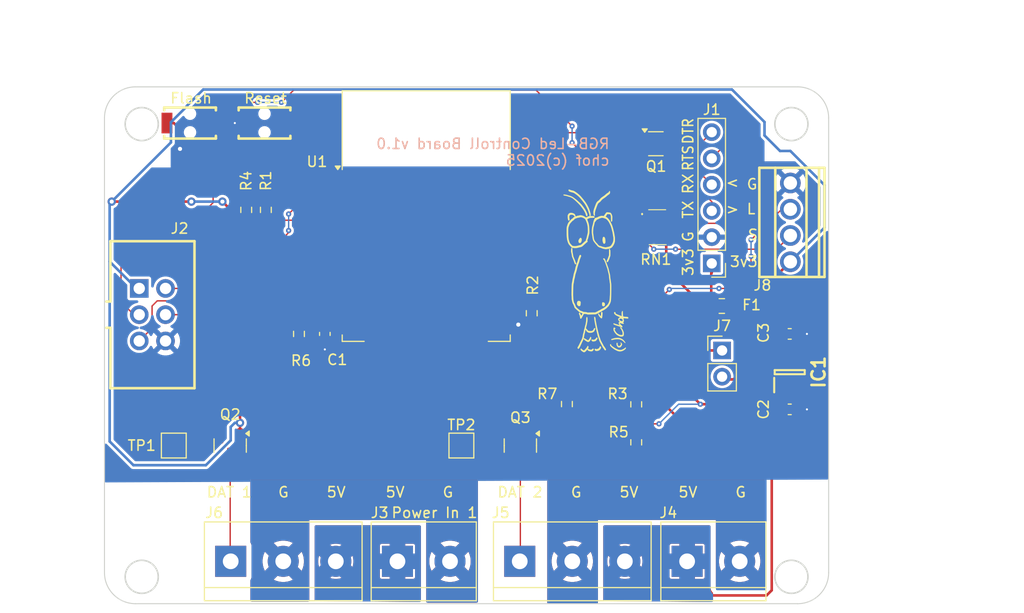
<source format=kicad_pcb>
(kicad_pcb (version 20241229) (generator "pcbnew") (generator_version "9.0")
  (title_block (company "chof.org"))
  (layers (0 "F.Cu" signal) (2 "B.Cu" signal) (13 "F.Paste" user) (15 "B.Paste" user) (5 "F.SilkS" user "F.Silkscreen") (7 "B.SilkS" user "B.Silkscreen") (1 "F.Mask" user) (3 "B.Mask" user) (25 "Edge.Cuts" user))
  (net 0 "")
  (net 1 "GND")
  (net 2 "+3V3")
  (net 3 "+5V")
  (net 4 "/3v3PROG")
  (net 6 "DTR")
  (net 7 "RTS")
  (net 8 "GPIO5_SCL")
  (net 9 "GPIO4_SDA")
  (net 10 "~{RESET}")
  (net 11 "~{GPIO0_INT_FLASH}")
  (net 12 "Net-(U1-EN)")
  (net 13 "Net-(U1-GPIO15)")
  (net 16 "OUT_LED_CTRL_1")
  (net 22 "OUT_LED_CTRL_2")
  (net 23 "3v3PROG_SAVE")
  (net 24 "GPIO3_RX")
  (net 25 "GPIO4_TX")
  (net 26 "GPIO14_HEATER_LED")
  (net 27 "GPIO2_HEATER_SENSOR")
  (net 28 "GPIO12_LED_CTRL_1")
  (net 29 "GPIO13_LED_CTRL_2")
  (net 30 "+5V{slash}1")
  (net 31 "unconnected-(U1-GPIO16-Pad4)")
  (footprint "Resistor_SMD:R_0603_1608Metric_Pad0.98x0.95mm_HandSolder" (layer "F.Cu") (at 151.6 89.2875 90)
    (property "Reference" "R7" (at 0.9875 -1.9 0) (layer "F.SilkS"))
    (property "Value" "10k")
    (pad "1" smd roundrect (at -0.9125 0 90) (size 0.975 0.95) (layers "F.Cu" "F.Mask" "F.Paste") (net 2 "+3V3"))
    (pad "2" smd roundrect (at 0.9125 0 90) (size 0.975 0.95) (layers "F.Cu" "F.Mask" "F.Paste") (net 29 "GPIO13_LED_CTRL_2"))
  )
  (footprint "Resistor_SMD:R_0603_1608Metric_Pad0.98x0.95mm_HandSolder" (layer "F.Cu") (at 158.3 92.9875 -90)
    (property "Reference" "R5" (at -0.9875 1.7 180) (layer "F.SilkS"))
    (property "Value" "10k")
    (pad "1" smd roundrect (at -0.9125 0 270) (size 0.975 0.95) (layers "F.Cu" "F.Mask" "F.Paste") (net 3 "+5V"))
    (pad "2" smd roundrect (at 0.9125 0 270) (size 0.975 0.95) (layers "F.Cu" "F.Mask" "F.Paste") (net 22 "OUT_LED_CTRL_2"))
  )
  (footprint "Resistor_SMD:R_0603_1608Metric_Pad0.98x0.95mm_HandSolder" (layer "F.Cu") (at 125.7 82.5 90)
    (property "Reference" "R6" (at -2.5875 0.2 180) (layer "F.SilkS"))
    (property "Value" "10k")
    (pad "1" smd roundrect (at -0.9125 0 90) (size 0.975 0.95) (layers "F.Cu" "F.Mask" "F.Paste") (net 2 "+3V3"))
    (pad "2" smd roundrect (at 0.9125 0 90) (size 0.975 0.95) (layers "F.Cu" "F.Mask" "F.Paste") (net 28 "GPIO12_LED_CTRL_1"))
  )
  (footprint "Package_TO_SOT_SMD:SOT-23" (layer "F.Cu") (at 119.05 93.3 -90)
    (property "Reference" "Q2" (at -3 0 0) (layer "F.SilkS"))
    (property "Value" "2N7002")
    (pad "1" smd roundrect (at -0.9375 -0.95 270) (size 1.475 0.6) (layers "F.Cu" "F.Mask" "F.Paste") (net 2 "+3V3"))
    (pad "2" smd roundrect (at -0.9375 0.95 270) (size 1.475 0.6) (layers "F.Cu" "F.Mask" "F.Paste") (net 28 "GPIO12_LED_CTRL_1"))
    (pad "3" smd roundrect (at 0.9375 0 270) (size 1.475 0.6) (layers "F.Cu" "F.Mask" "F.Paste") (net 16 "OUT_LED_CTRL_1"))
  )
  (footprint "TerminalBlock:TerminalBlock_bornier-2_P5.08mm" (layer "F.Cu") (at 135.22 104.5)
    (property "Reference" "J3" (at -1.72 -4.7 0) (layer "F.SilkS"))
    (property "Value" "Power In 1" (at 3.58 -4.7 0) (layer "F.SilkS"))
    (pad "1" thru_hole rect (at 0 0) (size 3 3) (drill 1.52) (layers "*.Cu" "*.Mask") (net 30 "+5V{slash}1"))
    (pad "2" thru_hole circle (at 5.08 0) (size 3 3) (drill 1.52) (layers "*.Cu" "*.Mask") (net 1 "GND"))
  )
  (footprint "TerminalBlock:TerminalBlock_bornier-3_P5.08mm" (layer "F.Cu") (at 119.1 104.5)
    (property "Reference" "J6" (at -1.6 -4.7 0) (layer "F.SilkS"))
    (property "Value" "Strip 1")
    (pad "1" thru_hole rect (at 0 0) (size 3 3) (drill 1.52) (layers "*.Cu" "*.Mask") (net 16 "OUT_LED_CTRL_1"))
    (pad "2" thru_hole circle (at 5.08 0) (size 3 3) (drill 1.52) (layers "*.Cu" "*.Mask") (net 1 "GND"))
    (pad "3" thru_hole circle (at 10.16 0) (size 3 3) (drill 1.52) (layers "*.Cu" "*.Mask") (net 30 "+5V{slash}1"))
  )
  (footprint "Resistor_SMD:R_0603_1608Metric_Pad0.98x0.95mm_HandSolder" (layer "F.Cu") (at 158.3 89.3125 -90)
    (property "Reference" "R3" (at -1.0125 1.8 0) (layer "F.SilkS"))
    (property "Value" "10k")
    (pad "1" smd roundrect (at -0.9125 0 270) (size 0.975 0.95) (layers "F.Cu" "F.Mask" "F.Paste") (net 3 "+5V"))
    (pad "2" smd roundrect (at 0.9125 0 270) (size 0.975 0.95) (layers "F.Cu" "F.Mask" "F.Paste") (net 16 "OUT_LED_CTRL_1"))
  )
  (footprint "Capacitor_SMD:C_0603_1608Metric_Pad1.08x0.95mm_HandSolder" (layer "F.Cu") (at 173.1375 82.5)
    (property "Reference" "C3" (at -2.5375 -0.1 90) (layer "F.SilkS"))
    (property "Value" "1uF")
    (pad "1" smd roundrect (at -0.8625 0) (size 1.075 0.95) (layers "F.Cu" "F.Mask" "F.Paste") (net 2 "+3V3"))
    (pad "2" smd roundrect (at 0.8625 0) (size 1.075 0.95) (layers "F.Cu" "F.Mask" "F.Paste") (net 1 "GND"))
  )
  (footprint "RF_Module:ESP-12E" (layer "F.Cu") (at 138 71.1)
    (property "Reference" "U1" (at -10.56 -5.26 0) (layer "F.SilkS"))
    (property "Value" "ESP-12F")
    (pad "1" smd rect (at -7.6 -3.5) (size 2.5 1) (layers "F.Cu" "F.Mask" "F.Paste") (net 10 "~{RESET}"))
    (pad "2" smd rect (at -7.6 -1.5) (size 2.5 1) (layers "F.Cu" "F.Mask" "F.Paste"))
    (pad "3" smd rect (at -7.6 0.5) (size 2.5 1) (layers "F.Cu" "F.Mask" "F.Paste") (net 12 "Net-(U1-EN)"))
    (pad "4" smd rect (at -7.6 2.5) (size 2.5 1) (layers "F.Cu" "F.Mask" "F.Paste") (net 31 "unconnected-(U1-GPIO16-Pad4)"))
    (pad "5" smd rect (at -7.6 4.5) (size 2.5 1) (layers "F.Cu" "F.Mask" "F.Paste") (net 26 "GPIO14_HEATER_LED"))
    (pad "6" smd rect (at -7.6 6.5) (size 2.5 1) (layers "F.Cu" "F.Mask" "F.Paste") (net 28 "GPIO12_LED_CTRL_1"))
    (pad "7" smd rect (at -7.6 8.5) (size 2.5 1) (layers "F.Cu" "F.Mask" "F.Paste") (net 29 "GPIO13_LED_CTRL_2"))
    (pad "8" smd rect (at -7.6 10.5) (size 2.5 1) (layers "F.Cu" "F.Mask" "F.Paste") (net 2 "+3V3"))
    (pad "9" smd rect (at -5 12) (size 1 1.8) (layers "F.Cu" "F.Mask" "F.Paste"))
    (pad "10" smd rect (at -3 12) (size 1 1.8) (layers "F.Cu" "F.Mask" "F.Paste"))
    (pad "11" smd rect (at -1 12) (size 1 1.8) (layers "F.Cu" "F.Mask" "F.Paste"))
    (pad "12" smd rect (at 1 12) (size 1 1.8) (layers "F.Cu" "F.Mask" "F.Paste"))
    (pad "13" smd rect (at 3 12) (size 1 1.8) (layers "F.Cu" "F.Mask" "F.Paste"))
    (pad "14" smd rect (at 5 12) (size 1 1.8) (layers "F.Cu" "F.Mask" "F.Paste"))
    (pad "15" smd rect (at 7.6 10.5) (size 2.5 1) (layers "F.Cu" "F.Mask" "F.Paste") (net 1 "GND"))
    (pad "16" smd rect (at 7.6 8.5) (size 2.5 1) (layers "F.Cu" "F.Mask" "F.Paste") (net 13 "Net-(U1-GPIO15)"))
    (pad "17" smd rect (at 7.6 6.5) (size 2.5 1) (layers "F.Cu" "F.Mask" "F.Paste") (net 27 "GPIO2_HEATER_SENSOR"))
    (pad "18" smd rect (at 7.6 4.5) (size 2.5 1) (layers "F.Cu" "F.Mask" "F.Paste") (net 11 "~{GPIO0_INT_FLASH}"))
    (pad "19" smd rect (at 7.6 2.5) (size 2.5 1) (layers "F.Cu" "F.Mask" "F.Paste") (net 9 "GPIO4_SDA"))
    (pad "20" smd rect (at 7.6 0.5) (size 2.5 1) (layers "F.Cu" "F.Mask" "F.Paste") (net 8 "GPIO5_SCL"))
    (pad "21" smd rect (at 7.6 -1.5) (size 2.5 1) (layers "F.Cu" "F.Mask" "F.Paste") (net 24 "GPIO3_RX"))
    (pad "22" smd rect (at 7.6 -3.5) (size 2.5 1) (layers "F.Cu" "F.Mask" "F.Paste") (net 25 "GPIO4_TX"))
    (zone (net 0) (net_name "") (layers "F.Cu" "B.Cu") (connect_pads (clearance 0)) (min_thickness 0.254)
      (keepout (tracks not_allowed) (vias not_allowed) (pads not_allowed) (copperpour not_allowed) (footprints not_allowed))
      (fill (thermal_gap 0.508) (thermal_bridge_width 0.508))
      (polygon (pts (xy 129.88 66.3) (xy 146.12 66.3) (xy 146.12 58.98) (xy 129.88 58.98)))
    )
  )
  (footprint "Fuse:Fuse_0805_2012Metric_Pad1.15x1.40mm_HandSolder" (layer "F.Cu") (at 166.575 79.8 180)
    (property "Reference" "F1" (at -2.875 0.1 0) (layer "F.SilkS"))
    (property "Value" "Fuse")
    (pad "1" smd roundrect (at -1.025 0 180) (size 1.15 1.4) (layers "F.Cu" "F.Mask" "F.Paste") (roundrect_rratio 0.217391) (net 23 "3v3PROG_SAVE"))
    (pad "2" smd roundrect (at 1.025 0 180) (size 1.15 1.4) (layers "F.Cu" "F.Mask" "F.Paste") (roundrect_rratio 0.217391) (net 4 "/3v3PROG"))
  )
  (footprint "Capacitor_SMD:C_0603_1608Metric_Pad1.08x0.95mm_HandSolder" (layer "F.Cu") (at 173.1375 89.8)
    (property "Reference" "C2" (at -2.5375 0 90) (layer "F.SilkS"))
    (property "Value" "10uF")
    (pad "1" smd roundrect (at -0.8625 0) (size 1.075 0.95) (layers "F.Cu" "F.Mask" "F.Paste") (net 3 "+5V"))
    (pad "2" smd roundrect (at 0.8625 0) (size 1.075 0.95) (layers "F.Cu" "F.Mask" "F.Paste") (net 1 "GND"))
  )
  (footprint "Resistor_SMD:R_0603_1608Metric_Pad0.98x0.95mm_HandSolder" (layer "F.Cu") (at 148.2 80.5 -90)
    (property "Reference" "R2" (at -2.7 -0.1 90) (layer "F.SilkS"))
    (property "Value" "10k")
    (pad "1" smd roundrect (at -0.9125 0 270) (size 0.975 0.95) (layers "F.Cu" "F.Mask" "F.Paste") (net 13 "Net-(U1-GPIO15)"))
    (pad "2" smd roundrect (at 0.9125 0 270) (size 0.975 0.95) (layers "F.Cu" "F.Mask" "F.Paste") (net 1 "GND"))
  )
  (footprint "Chof747_Connectors:HDR-TH_6P-P2.54-V-F-R2-C3-S2.54-4" (layer "F.Cu") (at 111.53 80.64 -90)
    (property "Reference" "J2" (at -8.34 -2.63 0) (layer "F.SilkS"))
    (property "Value" "IC2_Header")
    (pad "1" thru_hole rect (at -2.54 1.27 270) (size 1.8 1.8) (drill 1.100023) (layers "*.Cu" "*.Mask") (net 2 "+3V3"))
    (pad "2" thru_hole circle (at -2.54 -1.27 270) (size 1.8 1.8) (drill 1.100023) (layers "*.Cu" "*.Mask") (net 10 "~{RESET}"))
    (pad "3" thru_hole circle (at 0 1.27 270) (size 1.8 1.8) (drill 1.100023) (layers "*.Cu" "*.Mask") (net 11 "~{GPIO0_INT_FLASH}"))
    (pad "4" thru_hole circle (at 0 -1.27 270) (size 1.8 1.8) (drill 1.100023) (layers "*.Cu" "*.Mask") (net 9 "GPIO4_SDA"))
    (pad "5" thru_hole circle (at 2.54 1.27 270) (size 1.8 1.8) (drill 1.100023) (layers "*.Cu" "*.Mask") (net 8 "GPIO5_SCL"))
    (pad "6" thru_hole circle (at 2.54 -1.27 270) (size 1.8 1.8) (drill 1.100023) (layers "*.Cu" "*.Mask") (net 1 "GND"))
  )
  (footprint "Package_TO_SOT_SMD:SOT-363_SC-70-6" (layer "F.Cu") (at 160.2 64.1)
    (property "Reference" "Q1" (at 0.02 2.2 0) (layer "F.SilkS"))
    (property "Value" "UMH3N")
    (pad "1" smd roundrect (at -0.95 -0.65) (size 0.65 0.4) (layers "F.Cu" "F.Mask" "F.Paste") (net 7 "RTS"))
    (pad "2" smd roundrect (at -0.95 0) (size 0.65 0.4) (layers "F.Cu" "F.Mask" "F.Paste") (net 6 "DTR"))
    (pad "3" smd roundrect (at -0.95 0.65) (size 0.65 0.4) (layers "F.Cu" "F.Mask" "F.Paste") (net 11 "~{GPIO0_INT_FLASH}"))
    (pad "4" smd roundrect (at 0.95 0.65) (size 0.65 0.4) (layers "F.Cu" "F.Mask" "F.Paste") (net 6 "DTR"))
    (pad "5" smd roundrect (at 0.95 0) (size 0.65 0.4) (layers "F.Cu" "F.Mask" "F.Paste") (net 7 "RTS"))
    (pad "6" smd roundrect (at 0.95 -0.65) (size 0.65 0.4) (layers "F.Cu" "F.Mask" "F.Paste") (net 10 "~{RESET}"))
  )
  (footprint "Connector_PinHeader_2.54mm:PinHeader_1x06_P2.54mm_Vertical" (layer "F.Cu") (at 165.6 75.68 180)
    (property "Reference" "J1" (at 0 14.88 180) (layer "F.SilkS"))
    (property "Value" "PROG_HDR" (hide yes))
    (pad "1" thru_hole rect (at 0 0 180) (size 1.7 1.7) (drill 1) (layers "*.Cu" "*.Mask") (net 4 "/3v3PROG"))
    (pad "2" thru_hole oval (at 0 2.54 180) (size 1.7 1.7) (drill 1) (layers "*.Cu" "*.Mask") (net 1 "GND"))
    (pad "3" thru_hole oval (at 0 5.08 180) (size 1.7 1.7) (drill 1) (layers "*.Cu" "*.Mask") (net 24 "GPIO3_RX"))
    (pad "4" thru_hole oval (at 0 7.62 180) (size 1.7 1.7) (drill 1) (layers "*.Cu" "*.Mask") (net 25 "GPIO4_TX"))
    (pad "5" thru_hole oval (at 0 10.16 180) (size 1.7 1.7) (drill 1) (layers "*.Cu" "*.Mask") (net 7 "RTS"))
    (pad "6" thru_hole oval (at 0 12.7 180) (size 1.7 1.7) (drill 1) (layers "*.Cu" "*.Mask") (net 6 "DTR"))
  )
  (footprint "TerminalBlock:TerminalBlock_bornier-3_P5.08mm" (layer "F.Cu") (at 147.04 104.5)
    (property "Reference" "J5" (at -1.84 -4.7 0) (layer "F.SilkS"))
    (property "Value" "Strip 2")
    (pad "1" thru_hole rect (at 0 0) (size 3 3) (drill 1.52) (layers "*.Cu" "*.Mask") (net 22 "OUT_LED_CTRL_2"))
    (pad "2" thru_hole circle (at 5.08 0) (size 3 3) (drill 1.52) (layers "*.Cu" "*.Mask") (net 1 "GND"))
    (pad "3" thru_hole circle (at 10.16 0) (size 3 3) (drill 1.52) (layers "*.Cu" "*.Mask") (net 3 "+5V"))
  )
  (footprint "Chof747_Footprints:KEY-SMD_L3.9-W3.0-LS5.0-EH" (layer "F.Cu") (at 122.37 62.1 180)
    (property "Reference" "SW1" (hide yes))
    (property "Value" "Reset" (at -0.1 2.4 0) (layer "F.SilkS"))
    (pad "" np_thru_hole circle (at 0 -0.9 180) (size 0.7 0.7) (drill 0.7) (layers "*.Cu" "*.Mask"))
    (pad "" np_thru_hole circle (at 0 0.9 180) (size 0.7 0.7) (drill 0.7) (layers "*.Cu" "*.Mask"))
    (pad "1" smd rect (at -2.23 0 180) (size 1.05 2) (layers "F.Cu" "F.Mask" "F.Paste") (net 10 "~{RESET}"))
    (pad "2" smd rect (at 2.23 0 180) (size 1.05 2) (layers "F.Cu" "F.Mask" "F.Paste") (net 1 "GND"))
  )
  (footprint "TerminalBlock:TerminalBlock_bornier-2_P5.08mm" (layer "F.Cu") (at 163.22 104.5)
    (property "Reference" "J4" (at -1.82 -4.7 0) (layer "F.SilkS"))
    (property "Value" "Power In 2")
    (pad "1" thru_hole rect (at 0 0) (size 3 3) (drill 1.52) (layers "*.Cu" "*.Mask") (net 3 "+5V"))
    (pad "2" thru_hole circle (at 5.08 0) (size 3 3) (drill 1.52) (layers "*.Cu" "*.Mask") (net 1 "GND"))
  )
  (footprint "TestPoint:TestPoint_Pad_2.0x2.0mm" (layer "F.Cu") (at 141.4 93.3)
    (property "Reference" "TP2" (at 0 -1.998 0) (layer "F.SilkS"))
    (property "Value" "LED2")
    (pad "1" smd rect (at 0 0) (size 2 2) (layers "F.Cu" "F.Mask") (net 29 "GPIO13_LED_CTRL_2"))
  )
  (footprint "Resistor_SMD:R_0603_1608Metric_Pad0.98x0.95mm_HandSolder" (layer "F.Cu") (at 122.5 70.5 -90)
    (property "Reference" "R1" (at -2.8125 0 90) (layer "F.SilkS"))
    (property "Value" "10k")
    (pad "1" smd roundrect (at -0.9125 0 270) (size 0.975 0.95) (layers "F.Cu" "F.Mask" "F.Paste") (net 2 "+3V3"))
    (pad "2" smd roundrect (at 0.9125 0 270) (size 0.975 0.95) (layers "F.Cu" "F.Mask" "F.Paste") (net 12 "Net-(U1-EN)"))
  )
  (footprint "Connector_PinHeader_2.54mm:PinHeader_1x02_P2.54mm_Vertical" (layer "F.Cu") (at 166.6 84.1)
    (property "Reference" "J7" (at 0 -2.38 0) (layer "F.SilkS"))
    (property "Value" "Conn_01x02_Pin")
    (pad "1" thru_hole rect (at 0 0) (size 1.7 1.7) (drill 1) (layers "*.Cu" "*.Mask") (net 2 "+3V3"))
    (pad "2" thru_hole circle (at 0 2.54) (size 1.7 1.7) (drill 1) (layers "*.Cu" "*.Mask") (net 23 "3v3PROG_SAVE"))
  )
  (footprint "Chof747_Footprints:SOT95P270X145-5N" (layer "F.Cu") (at 173.1375 86.2 90)
    (property "Reference" "IC1" (at 0 2.794 90) (layer "F.SilkS") (effects (font (size 1.27 1.27) (thickness 0.254))))
    (property "Value" "ME6211C33M5G-N" (hide yes))
    (pad "1" smd rect (at -1.25 -0.95 180) (size 0.6 1.4) (layers "F.Cu" "F.Mask" "F.Paste") (net 3 "+5V"))
    (pad "2" smd rect (at -1.25 0 180) (size 0.6 1.4) (layers "F.Cu" "F.Mask" "F.Paste") (net 1 "GND"))
    (pad "3" smd rect (at -1.25 0.95 180) (size 0.6 1.4) (layers "F.Cu" "F.Mask" "F.Paste") (net 3 "+5V"))
    (pad "4" smd rect (at 1.25 0.95 180) (size 0.6 1.4) (layers "F.Cu" "F.Mask" "F.Paste"))
    (pad "5" smd rect (at 1.25 -0.95 180) (size 0.6 1.4) (layers "F.Cu" "F.Mask" "F.Paste") (net 2 "+3V3"))
  )
  (footprint "Chof747_Footprints:YC164JR07220RL" (layer "F.Cu") (at 160.35 72.175 -90)
    (property "Reference" "RN1" (at 3.125 0.15 180) (layer "F.SilkS"))
    (property "Value" "10k" (hide yes))
    (pad "1" smd rect (at -1.275 0.85 270) (size 0.65 0.9) (layers "F.Cu" "F.Mask" "F.Paste") (net 8 "GPIO5_SCL"))
    (pad "2" smd rect (at -0.4 0.85 270) (size 0.5 0.9) (layers "F.Cu" "F.Mask" "F.Paste") (net 9 "GPIO4_SDA"))
    (pad "3" smd rect (at 0.4 0.85 270) (size 0.5 0.9) (layers "F.Cu" "F.Mask" "F.Paste") (net 11 "~{GPIO0_INT_FLASH}"))
    (pad "4" smd rect (at 1.275 0.85 270) (size 0.65 0.9) (layers "F.Cu" "F.Mask" "F.Paste") (net 27 "GPIO2_HEATER_SENSOR"))
    (pad "5" smd rect (at 1.275 -0.85 270) (size 0.65 0.9) (layers "F.Cu" "F.Mask" "F.Paste") (net 2 "+3V3"))
    (pad "6" smd rect (at 0.4 -0.85 270) (size 0.5 0.9) (layers "F.Cu" "F.Mask" "F.Paste") (net 2 "+3V3"))
    (pad "7" smd rect (at -0.4 -0.85 270) (size 0.5 0.9) (layers "F.Cu" "F.Mask" "F.Paste") (net 2 "+3V3"))
    (pad "8" smd rect (at -1.275 -0.85 270) (size 0.65 0.9) (layers "F.Cu" "F.Mask" "F.Paste") (net 2 "+3V3"))
  )
  (footprint "LOGO" (layer "F.Cu") (at 154.143758 76.817987)
    (property "Reference" "G***" (hide yes))
    (property "Value" "LOGO" (hide yes))
  )
  (footprint "Package_TO_SOT_SMD:SOT-23" (layer "F.Cu") (at 147.1 93.3 -90)
    (property "Reference" "Q3" (at -2.7 0 0) (layer "F.SilkS"))
    (property "Value" "2N7002")
    (pad "1" smd roundrect (at -0.9375 -0.95 270) (size 1.475 0.6) (layers "F.Cu" "F.Mask" "F.Paste") (net 2 "+3V3"))
    (pad "2" smd roundrect (at -0.9375 0.95 270) (size 1.475 0.6) (layers "F.Cu" "F.Mask" "F.Paste") (net 29 "GPIO13_LED_CTRL_2"))
    (pad "3" smd roundrect (at 0.9375 0 270) (size 1.475 0.6) (layers "F.Cu" "F.Mask" "F.Paste") (net 22 "OUT_LED_CTRL_2"))
  )
  (footprint "TestPoint:TestPoint_Pad_2.0x2.0mm" (layer "F.Cu") (at 113.6 93.3)
    (property "Reference" "TP1" (at -3.1 0 0) (layer "F.SilkS"))
    (property "Value" "LED1")
    (pad "1" smd rect (at 0 0) (size 2 2) (layers "F.Cu" "F.Mask") (net 28 "GPIO12_LED_CTRL_1"))
  )
  (footprint "Resistor_SMD:R_0603_1608Metric_Pad0.98x0.95mm_HandSolder" (layer "F.Cu") (at 120.6 70.5 90)
    (property "Reference" "R4" (at 2.8 0 90) (layer "F.SilkS"))
    (property "Value" "10k")
    (pad "1" smd roundrect (at -0.9125 0 90) (size 0.975 0.95) (layers "F.Cu" "F.Mask" "F.Paste") (net 2 "+3V3"))
    (pad "2" smd roundrect (at 0.9125 0 90) (size 0.975 0.95) (layers "F.Cu" "F.Mask" "F.Paste") (net 10 "~{RESET}"))
  )
  (footprint "Chof747_Footprints:KEY-SMD_L3.9-W3.0-LS5.0-EH" (layer "F.Cu") (at 115.17 62.1 180)
    (property "Reference" "SW2" (hide yes))
    (property "Value" "Flash" (at -0.1 2.4 0) (layer "F.SilkS"))
    (pad "" np_thru_hole circle (at 0 -0.9 180) (size 0.7 0.7) (drill 0.7) (layers "*.Cu" "*.Mask"))
    (pad "" np_thru_hole circle (at 0 0.9 180) (size 0.7 0.7) (drill 0.7) (layers "*.Cu" "*.Mask"))
    (pad "1" smd rect (at -2.23 0 180) (size 1.05 2) (layers "F.Cu" "F.Mask" "F.Paste") (net 11 "~{GPIO0_INT_FLASH}"))
    (pad "2" smd rect (at 2.23 0 180) (size 1.05 2) (layers "F.Cu" "F.Mask" "F.Paste") (net 1 "GND"))
  )
  (footprint "Capacitor_SMD:C_0603_1608Metric_Pad1.08x0.95mm_HandSolder" (layer "F.Cu") (at 128.2 82.5 -90)
    (property "Reference" "C1" (at 2.5 -1.2 0) (layer "F.SilkS"))
    (property "Value" "10uF")
    (pad "1" smd roundrect (at -0.8625 0 270) (size 1.075 0.95) (layers "F.Cu" "F.Mask" "F.Paste") (net 2 "+3V3"))
    (pad "2" smd roundrect (at 0.8625 0 270) (size 1.075 0.95) (layers "F.Cu" "F.Mask" "F.Paste") (net 1 "GND"))
  )
  (footprint "Chof747_Connectors:CONN-TH_4P-P2.54_KF128-2.54-4P" (layer "F.Cu") (at 173.2 71.71 90)
    (property "Reference" "J8" (at -6.09 -2.7 180) (layer "F.SilkS"))
    (property "Value" "Heater")
    (pad "1" thru_hole circle (at -3.81 0 90) (size 2 2) (drill 1.300023) (layers "*.Cu" "*.Mask") (net 2 "+3V3"))
    (pad "2" thru_hole circle (at -1.27 0 90) (size 2 2) (drill 1.300023) (layers "*.Cu" "*.Mask") (net 27 "GPIO2_HEATER_SENSOR"))
    (pad "3" thru_hole circle (at 1.27 0 90) (size 2 2) (drill 1.300023) (layers "*.Cu" "*.Mask") (net 26 "GPIO14_HEATER_LED"))
    (pad "4" thru_hole circle (at 3.81 0 90) (size 2 2) (drill 1.300023) (layers "*.Cu" "*.Mask") (net 1 "GND"))
  )
  (gr_circle (center 173.3 62.2) (end 174.9 62.2) (stroke (width 0.15)) (fill no) (layer "Edge.Cuts"))
  (gr_arc (start 173.9 58.6) (mid 176.02132 59.47868) (end 176.9 61.6) (stroke (width 0.1)) (layer "Edge.Cuts"))
  (gr_circle (center 110.5 106) (end 112.1 106) (stroke (width 0.15)) (fill no) (layer "Edge.Cuts"))
  (gr_arc (start 109.9 108.6) (mid 107.77868 107.72132) (end 106.9 105.6) (stroke (width 0.1)) (layer "Edge.Cuts"))
  (gr_arc (start 176.9 105.6) (mid 176.02132 107.72132) (end 173.9 108.6) (stroke (width 0.1)) (layer "Edge.Cuts"))
  (gr_line (start 109.9 58.6) (end 173.9 58.6) (stroke (width 0.1)) (layer "Edge.Cuts"))
  (gr_arc (start 106.9 61.6) (mid 107.77868 59.47868) (end 109.9 58.6) (stroke (width 0.1)) (layer "Edge.Cuts"))
  (gr_circle (center 110.5 62.2) (end 112.1 62.2) (stroke (width 0.15)) (fill no) (layer "Edge.Cuts"))
  (gr_line (start 176.9 61.6) (end 176.9 105.6) (stroke (width 0.1)) (layer "Edge.Cuts"))
  (gr_line (start 106.9 105.6) (end 106.9 61.6) (stroke (width 0.1)) (layer "Edge.Cuts"))
  (gr_circle (center 173.3 106) (end 174.9 106) (stroke (width 0.15)) (fill no) (layer "Edge.Cuts"))
  (gr_line (start 173.9 108.6) (end 109.9 108.6) (stroke (width 0.1)) (layer "Edge.Cuts"))
  (gr_text "L" (at 168.9 71 0) (layer "F.SilkS") (effects (font (size 1 1)) (justify left bottom)))
  (gr_text "G" (at 168.9 68.6 0) (layer "F.SilkS") (effects (font (size 1 1)) (justify left bottom)))
  (gr_text "5V" (at 129.3 98.4 0) (layer "F.SilkS") (effects (font (size 1 1)) (justify bottom)))
  (gr_text ">" (at 167.6 67.4 180) (layer "F.SilkS") (effects (font (size 1 1)) (justify bottom)))
  (gr_text "RTS" (at 163.9 65.48 90) (layer "F.SilkS") (effects (font (size 1 0.9)) (justify bottom)))
  (gr_text "5V" (at 163.3 98.4 0) (layer "F.SilkS") (effects (font (size 1 1)) (justify bottom)))
  (gr_text "5V" (at 157.6 98.4 0) (layer "F.SilkS") (effects (font (size 1 1)) (justify bottom)))
  (gr_text "G" (at 139.5 98.4 0) (layer "F.SilkS") (effects (font (size 1 1)) (justify left bottom)))
  (gr_text "DAT 1" (at 116.7 98.4 0) (layer "F.SilkS") (effects (font (size 1 1)) (justify left bottom)))
  (gr_text "RX" (at 163.9 67.98 90) (layer "F.SilkS") (effects (font (size 1 1)) (justify bottom)))
  (gr_text "G" (at 163.9 73.68 90) (layer "F.SilkS") (effects (font (size 1 1)) (justify left bottom)))
  (gr_text "S" (at 169 73.5 0) (layer "F.SilkS") (effects (font (size 1 1)) (justify left bottom)))
  (gr_text "G" (at 167.8 98.4 0) (layer "F.SilkS") (effects (font (size 1 1)) (justify left bottom)))
  (gr_text "TX" (at 163.9 70.48 90) (layer "F.SilkS") (effects (font (size 1 1)) (justify bottom)))
  (gr_text "DTR" (at 163.9 62.88 90) (layer "F.SilkS") (effects (font (size 1 0.9)) (justify bottom)))
  (gr_text "5V" (at 135 98.4 0) (layer "F.SilkS") (effects (font (size 1 1)) (justify bottom)))
  (gr_text "3v3" (at 168.7 76.1 0) (layer "F.SilkS") (effects (font (size 1 1)) (justify bottom)))
  (gr_text ">" (at 167.6 71 0) (layer "F.SilkS") (effects (font (size 1 1)) (justify bottom)))
  (gr_text "DAT 2" (at 144.8 98.4 0) (layer "F.SilkS") (effects (font (size 1 1)) (justify left bottom)))
  (gr_text "G" (at 123.6 98.4 0) (layer "F.SilkS") (effects (font (size 1 1)) (justify left bottom)))
  (gr_text "3v3" (at 163.9 76.98 90) (layer "F.SilkS") (effects (font (size 1 1)) (justify left bottom)))
  (gr_text "G" (at 151.9 98.4 0) (layer "F.SilkS") (effects (font (size 1 1)) (justify left bottom)))
  (gr_text "RGB-Led Controll Board v1.0\nchof (c)2025" (at 155.8 66.3 0) (layer "B.SilkS") (effects (font (size 1 1)) (justify left bottom mirror)))
  (segment (start 148.2 81.3875) (end 148.2 81.4125) (width 0.25) (layer "F.Cu") (net 1))
  (segment (start 145.8 81.6) (end 147.9875 81.6) (width 0.25) (layer "F.Cu") (net 1))
  (segment (start 174 89.8) (end 174.8 89.8) (width 0.25) (layer "F.Cu") (net 1))
  (segment (start 145.6 81.6) (end 145.6 81.4) (width 0.25) (layer "F.Cu") (net 1))
  (segment (start 114.2 62.7) (end 114.2 64.6) (width 0.25) (layer "F.Cu") (net 1))
  (segment (start 113.6 62.1) (end 114.2 62.7) (width 0.25) (layer "F.Cu") (net 1))
  (segment (start 173.1375 87.45) (end 173.1375 88.9375) (width 0.25) (layer "F.Cu") (net 1))
  (segment (start 112.94 62.1) (end 113.6 62.1) (width 0.25) (layer "F.Cu") (net 1))
  (segment (start 174 82.5) (end 174.8 82.5) (width 0.25) (layer "F.Cu") (net 1))
  (segment (start 147.9875 81.6) (end 148.2 81.3875) (width 0.25) (layer "F.Cu") (net 1))
  (segment (start 145.6 81.4) (end 145.8 81.6) (width 0.25) (layer "F.Cu") (net 1))
  (segment (start 112.94 61.64) (end 112.94 62.1) (width 0.25) (layer "F.Cu") (net 1))
  (segment (start 173.1375 88.9375) (end 174 89.8) (width 0.25) (layer "F.Cu") (net 1))
  (via (at 128.2 84) (size 0.5) (drill 0.2) (layers "F.Cu" "B.Cu") (net 1))
  (via (at 174.8 89.8) (size 0.5) (drill 0.2) (layers "F.Cu" "B.Cu") (net 1))
  (via (at 146.9 81.6) (size 0.8) (drill 0.4) (layers "F.Cu" "B.Cu") (net 1))
  (via (at 114.2 64.6) (size 0.8) (drill 0.4) (layers "F.Cu" "B.Cu") (net 1))
  (via (at 119.5 62.1) (size 0.5) (drill 0.2) (layers "F.Cu" "B.Cu") (net 1))
  (via (at 174.8 82.5) (size 0.5) (drill 0.2) (layers "F.Cu" "B.Cu") (net 1))
  (segment (start 120 89.1125) (end 127.475 81.6375) (width 0.25) (layer "F.Cu") (net 2))
  (segment (start 172.1875 84.95) (end 172.1875 82.5875) (width 0.25) (layer "F.Cu") (net 2))
  (segment (start 107.6 69.7) (end 115.3 69.7) (width 0.25) (layer "F.Cu") (net 2))
  (segment (start 169.6 87.5375) (end 169.6 85.175) (width 0.25) (layer "F.Cu") (net 2))
  (segment (start 172.1875 82.5875) (end 172.275 82.5) (width 0.13) (layer "F.Cu") (net 2))
  (segment (start 155.6 91.2) (end 154.6 90.2) (width 0.13) (layer "F.Cu") (net 2))
  (segment (start 130.4 81.6) (end 128.2375 81.6) (width 0.25) (layer "F.Cu") (net 2))
  (segment (start 169.6 88.4) (end 169.6 87.5375) (width 0.25) (layer "F.Cu") (net 2))
  (segment (start 161.2 76.2) (end 161.2 70.9) (width 0.25) (layer "F.Cu") (net 2))
  (segment (start 127.475 81.6375) (end 128.2 81.6375) (width 0.25) (layer "F.Cu") (net 2))
  (segment (start 118.3 69.7) (end 120.0125 71.4125) (width 0.25) (layer "F.Cu") (net 2))
  (segment (start 120.6 70.9) (end 120.6 71.4125) (width 0.13) (layer "F.Cu") (net 2))
  (segment (start 120.0125 71.4125) (end 120.6 71.4125) (width 0.25) (layer "F.Cu") (net 2))
  (segment (start 151.6 91.5) (end 150.7375 92.3625) (width 0.13) (layer "F.Cu") (net 2))
  (segment (start 120 92.3625) (end 120 91.1) (width 0.25) (layer "F.Cu") (net 2))
  (segment (start 169.6 85.175) (end 172.275 82.5) (width 0.25) (layer "F.Cu") (net 2))
  (segment (start 122.5 69.5875) (end 121.9125 69.5875) (width 0.13) (layer "F.Cu") (net 2))
  (segment (start 164.5 89.3) (end 168.7 89.3) (width 0.25) (layer "F.Cu") (net 2))
  (segment (start 151.6 90.2) (end 151.6 91.5) (width 0.13) (layer "F.Cu") (net 2))
  (segment (start 166.6 84.1) (end 164.5 84.1) (width 0.25) (layer "F.Cu") (net 2))
  (segment (start 154.6 90.2) (end 151.6 90.2) (width 0.13) (layer "F.Cu") (net 2))
  (segment (start 121.9125 69.5875) (end 120.6 70.9) (width 0.13) (layer "F.Cu") (net 2))
  (segment (start 120 91.1) (end 120 89.1125) (width 0.25) (layer "F.Cu") (net 2))
  (segment (start 163.6 78.6) (end 161.2 76.2) (width 0.25) (layer "F.Cu") (net 2))
  (segment (start 163.6 88.4) (end 164.5 89.3) (width 0.25) (layer "F.Cu") (net 2))
  (segment (start 150.7375 92.3625) (end 148.05 92.3625) (width 0.13) (layer "F.Cu") (net 2))
  (segment (start 169.6 87.5375) (end 172.1875 84.95) (width 0.25) (layer "F.Cu") (net 2))
  (segment (start 172.275 76.445) (end 172.275 82.5) (width 0.25) (layer "F.Cu") (net 2))
  (segment (start 173.2 75.52) (end 172.275 76.445) (width 0.25) (layer "F.Cu") (net 2))
  (segment (start 163.6 85) (end 163.6 78.6) (width 0.25) (layer "F.Cu") (net 2))
  (segment (start 163.6 85) (end 163.6 88.4) (width 0.25) (layer "F.Cu") (net 2))
  (segment (start 128.2375 81.6) (end 128.2 81.6375) (width 0.25) (layer "F.Cu") (net 2))
  (segment (start 155.6 91.2) (end 160.5 91.2) (width 0.13) (layer "F.Cu") (net 2))
  (segment (start 168.7 89.3) (end 169.6 88.4) (width 0.25) (layer "F.Cu") (net 2))
  (segment (start 164.5 84.1) (end 163.6 85) (width 0.25) (layer "F.Cu") (net 2))
  (via (at 118.3 69.7) (size 0.8) (drill 0.4) (layers "F.Cu" "B.Cu") (net 2))
  (via (at 115.3 69.7) (size 0.8) (drill 0.4) (layers "F.Cu" "B.Cu") (net 2))
  (via (at 164.5 89.3) (size 0.5) (drill 0.2) (layers "F.Cu" "B.Cu") (net 2))
  (via (at 107.6 69.7) (size 0.8) (drill 0.4) (layers "F.Cu" "B.Cu") (net 2))
  (via (at 120 91.1) (size 0.8) (drill 0.4) (layers "F.Cu" "B.Cu") (net 2))
  (via (at 160.5 91.2) (size 0.5) (drill 0.2) (layers "F.Cu" "B.Cu") (net 2))
  (segment (start 114.869281 60.474) (end 114.869281 60.430719) (width 0.25) (layer "B.Cu") (net 2))
  (segment (start 107.4 75.5) (end 107.4 69.9) (width 0.25) (layer "B.Cu") (net 2))
  (segment (start 116.446 58.854) (end 167.554 58.854) (width 0.25) (layer "B.Cu") (net 2))
  (segment (start 113.321641 62.021641) (end 114.869281 60.474) (width 0.25) (layer "B.Cu") (net 2))
  (segment (start 107.4 69.9) (end 107.6 69.7) (width 0.25) (layer "B.Cu") (net 2))
  (segment (start 173.2 64.8) (end 176.5 68.1) (width 0.25) (layer "B.Cu") (net 2))
  (segment (start 114.869281 60.430719) (end 116.446 58.854) (width 0.25) (layer "B.Cu") (net 2))
  (segment (start 107.4 92.9) (end 107.4 75.5) (width 0.25) (layer "B.Cu") (net 2))
  (segment (start 113.321641 63.978359) (end 113.321641 62.021641) (width 0.25) (layer "B.Cu") (net 2))
  (segment (start 176.5 68.1) (end 176.5 72.22) (width 0.25) (layer "B.Cu") (net 2))
  (segment (start 176.5 72.22) (end 173.2 75.52) (width 0.25) (layer "B.Cu") (net 2))
  (segment (start 162.4 89.3) (end 160.5 91.2) (width 0.13) (layer "B.Cu") (net 2))
  (segment (start 116.7 95.2) (end 109.7 95.2) (width 0.25) (layer "B.Cu") (net 2))
  (segment (start 110 78.1) (end 107.4 75.5) (width 0.25) (layer "B.Cu") (net 2))
  (segment (start 109.7 95.2) (end 107.4 92.9) (width 0.25) (layer "B.Cu") (net 2))
  (segment (start 120 91.1) (end 119.5 91.1) (width 0.25) (layer "B.Cu") (net 2))
  (segment (start 115.3 69.7) (end 118.3 69.7) (width 0.25) (layer "B.Cu") (net 2))
  (segment (start 110.26 78.1) (end 110 78.1) (width 0.25) (layer "B.Cu") (net 2))
  (segment (start 170.7 63.3) (end 172.2 64.8) (width 0.25) (layer "B.Cu") (net 2))
  (segment (start 107.6 69.7) (end 113.321641 63.978359) (width 0.25) (layer "B.Cu") (net 2))
  (segment (start 164.5 89.3) (end 162.4 89.3) (width 0.13) (layer "B.Cu") (net 2))
  (segment (start 119.1 91.5) (end 119.1 92.8) (width 0.25) (layer "B.Cu") (net 2))
  (segment (start 167.554 58.854) (end 170.7 62) (width 0.25) (layer "B.Cu") (net 2))
  (segment (start 119.5 91.1) (end 119.1 91.5) (width 0.25) (layer "B.Cu") (net 2))
  (segment (start 172.2 64.8) (end 173.2 64.8) (width 0.25) (layer "B.Cu") (net 2))
  (segment (start 119.1 92.8) (end 116.7 95.2) (width 0.25) (layer "B.Cu") (net 2))
  (segment (start 170.7 62) (end 170.7 63.3) (width 0.25) (layer "B.Cu") (net 2))
  (segment (start 174.0875 86.4875) (end 173.8 86.2) (width 0.13) (layer "F.Cu") (net 3))
  (segment (start 172.1875 86.6125) (end 172.1875 87.45) (width 0.13) (layer "F.Cu") (net 3))
  (segment (start 172.275 87.5375) (end 172.1875 87.45) (width 0.25) (layer "F.Cu") (net 3))
  (segment (start 171.4 95.4) (end 171.4 107.3) (width 0.25) (layer "F.Cu") (net 3))
  (segment (start 173.8 86.2) (end 172.6 86.2) (width 0.13) (layer "F.Cu") (net 3))
  (segment (start 172.275 89.8) (end 172.275 87.5375) (width 0.25) (layer "F.Cu") (net 3))
  (segment (start 172.275 89.8) (end 171.4 90.675) (width 0.25) (layer "F.Cu") (net 3))
  (segment (start 160.1 88.4) (end 163.7625 92.0625) (width 0.25) (layer "F.Cu") (net 3))
  (segment (start 171.4 107.3) (end 170.9 107.8) (width 0.25) (layer "F.Cu") (net 3))
  (segment (start 163.7625 92.0625) (end 168.0625 92.0625) (width 0.25) (layer "F.Cu") (net 3))
  (segment (start 171.4 90.675) (end 171.4 95.4) (width 0.25) (layer "F.Cu") (net 3))
  (segment (start 168.0625 92.0625) (end 171.4 95.4) (width 0.25) (layer "F.Cu") (net 3))
  (segment (start 174.0875 87.45) (end 174.0875 86.4875) (width 0.13) (layer "F.Cu") (net 3))
  (segment (start 163.75 92.075) (end 163.7625 92.0625) (width 0.25) (layer "F.Cu") (net 3))
  (segment (start 158.3 88.4) (end 160.1 88.4) (width 0.25) (layer "F.Cu") (net 3))
  (segment (start 170.9 107.8) (end 165.1 107.8) (width 0.25) (layer "F.Cu") (net 3))
  (segment (start 158.3 92.075) (end 163.75 92.075) (width 0.25) (layer "F.Cu") (net 3))
  (segment (start 172.6 86.2) (end 172.1875 86.6125) (width 0.13) (layer "F.Cu") (net 3))
  (segment (start 165.6 76.58) (end 165.55 76.63) (width 0.25) (layer "F.Cu") (net 4))
  (segment (start 165.55 76.63) (end 165.55 79.8) (width 0.25) (layer "F.Cu") (net 4))
  (segment (start 165.6 75.68) (end 165.6 76.58) (width 0.25) (layer "F.Cu") (net 4))
  (segment (start 160.318 64.75) (end 159.668 64.1) (width 0.13) (layer "F.Cu") (net 6))
  (segment (start 161.15 64.75) (end 163.85 64.75) (width 0.13) (layer "F.Cu") (net 6))
  (segment (start 163.85 64.75) (end 165.6 63) (width 0.13) (layer "F.Cu") (net 6))
  (segment (start 161.15 64.75) (end 160.318 64.75) (width 0.13) (layer "F.Cu") (net 6))
  (segment (start 159.668 64.1) (end 159.25 64.1) (width 0.13) (layer "F.Cu") (net 6))
  (segment (start 165.6 63) (end 165.6 62.98) (width 0.13) (layer "F.Cu") (net 6))
  (segment (start 167.6 62.6) (end 167.6 63.5) (width 0.13) (layer "F.Cu") (net 7))
  (segment (start 160.35 63.45) (end 159.25 63.45) (width 0.13) (layer "F.Cu") (net 7))
  (segment (start 164.8 61.6) (end 166.6 61.6) (width 0.13) (layer "F.Cu") (net 7))
  (segment (start 161.15 64.1) (end 162.3 64.1) (width 0.13) (layer "F.Cu") (net 7))
  (segment (start 161 64.1) (end 160.35 63.45) (width 0.13) (layer "F.Cu") (net 7))
  (segment (start 166.6 61.6) (end 167.6 62.6) (width 0.13) (layer "F.Cu") (net 7))
  (segment (start 167.6 63.5) (end 165.6 65.5) (width 0.13) (layer "F.Cu") (net 7))
  (segment (start 161.15 64.1) (end 161 64.1) (width 0.13) (layer "F.Cu") (net 7))
  (segment (start 165.6 65.5) (end 165.6 65.52) (width 0.13) (layer "F.Cu") (net 7))
  (segment (start 162.3 64.1) (end 164.8 61.6) (width 0.13) (layer "F.Cu") (net 7))
  (segment (start 145.6 71.3) (end 145.6 71.6) (width 0.13) (layer "F.Cu") (net 8))
  (segment (start 110.26 83.18) (end 111.5 81.94) (width 0.13) (layer "F.Cu") (net 8))
  (segment (start 145.6 71.6) (end 145.6 71.4) (width 0.13) (layer "F.Cu") (net 8))
  (segment (start 144.6 72.6) (end 145.6 71.6) (width 0.13) (layer "F.Cu") (net 8))
  (segment (start 112 79.3) (end 120.2 79.3) (width 0.13) (layer "F.Cu") (net 8))
  (segment (start 111.5 79.8) (end 112 79.3) (width 0.13) (layer "F.Cu") (net 8))
  (segment (start 145.6 71.4) (end 145.5 71.3) (width 0.13) (layer "F.Cu") (net 8))
  (segment (start 159.5 70.9) (end 159.1 71.3) (width 0.13) (layer "F.Cu") (net 8))
  (segment (start 159.1 71.3) (end 145.6 71.3) (width 0.13) (layer "F.Cu") (net 8))
  (segment (start 120.2 79.3) (end 126.9 72.6) (width 0.13) (layer "F.Cu") (net 8))
  (segment (start 126.9 72.6) (end 144.6 72.6) (width 0.13) (layer "F.Cu") (net 8))
  (segment (start 111.5 81.94) (end 111.5 79.8) (width 0.13) (layer "F.Cu") (net 8))
  (segment (start 145.7 73.3) (end 145.6 73.4) (width 0.13) (layer "F.Cu") (net 9))
  (segment (start 144.85 73.6) (end 145.6 73.6) (width 0.13) (layer "F.Cu") (net 9))
  (segment (start 112.8 80.64) (end 122.86 80.64) (width 0.13) (layer "F.Cu") (net 9))
  (segment (start 158.92 71.775) (end 157.395 73.3) (width 0.13) (layer "F.Cu") (net 9))
  (segment (start 159.5 71.775) (end 158.92 71.775) (width 0.13) (layer "F.Cu") (net 9))
  (segment (start 157.395 73.3) (end 145.7 73.3) (width 0.13) (layer "F.Cu") (net 9))
  (segment (start 143.85 74.6) (end 144.85 73.6) (width 0.13) (layer "F.Cu") (net 9))
  (segment (start 128.9 74.6) (end 143.85 74.6) (width 0.13) (layer "F.Cu") (net 9))
  (segment (start 145.6 73.4) (end 145.6 73.6) (width 0.13) (layer "F.Cu") (net 9))
  (segment (start 122.86 80.64) (end 128.9 74.6) (width 0.13) (layer "F.Cu") (net 9))
  (segment (start 146.3 66.2) (end 146.3 66.213338) (width 0.13) (layer "F.Cu") (net 10))
  (segment (start 124.6 63.5) (end 128.4 67.3) (width 0.13) (layer "F.Cu") (net 10))
  (segment (start 161.15 63.45) (end 160.734 63.034) (width 0.13) (layer "F.Cu") (net 10))
  (segment (start 128.4 67.3) (end 128.8 67.3) (width 0.13) (layer "F.Cu") (net 10))
  (segment (start 133.3 66.7) (end 132.7 67.3) (width 0.13) (layer "F.Cu") (net 10))
  (segment (start 130.5 67.3) (end 130.4 67.4) (width 0.13) (layer "F.Cu") (net 10))
  (segment (start 147.466 63.034) (end 146.5 64) (width 0.13) (layer "F.Cu") (net 10))
  (segment (start 145.813338 66.7) (end 133.3 66.7) (width 0.13) (layer "F.Cu") (net 10))
  (segment (start 132.7 67.3) (end 130.5 67.3) (width 0.13) (layer "F.Cu") (net 10))
  (segment (start 146.5 64) (end 146.5 66) (width 0.13) (layer "F.Cu") (net 10))
  (segment (start 124.7 72.7) (end 124.7 72.5) (width 0.13) (layer "F.Cu") (net 10))
  (segment (start 130.3 67.3) (end 130.4 67.4) (width 0.13) (layer "F.Cu") (net 10))
  (segment (start 124.1 73.3) (end 124.7 72.7) (width 0.13) (layer "F.Cu") (net 10))
  (segment (start 120.6 69.5875) (end 122.8875 67.3) (width 0.13) (layer "F.Cu") (net 10))
  (segment (start 119.3 78.1) (end 124.1 73.3) (width 0.13) (layer "F.Cu") (net 10))
  (segment (start 146.5 66) (end 146.3 66.2) (width 0.13) (layer "F.Cu") (net 10))
  (segment (start 160.734 63.034) (end 147.466 63.034) (width 0.13) (layer "F.Cu") (net 10))
  (segment (start 112.8 78.1) (end 119.3 78.1) (width 0.13) (layer "F.Cu") (net 10))
  (segment (start 124.6 62.1) (end 124.6 63.5) (width 0.13) (layer "F.Cu") (net 10))
  (segment (start 128.3 67.3) (end 128.8 67.3) (width 0.13) (layer "F.Cu") (net 10))
  (segment (start 122.8875 67.3) (end 128.4 67.3) (width 0.13) (layer "F.Cu") (net 10))
  (segment (start 128.8 67.3) (end 130.3 67.3) (width 0.13) (layer "F.Cu") (net 10))
  (segment (start 146.3 66.213338) (end 145.813338 66.7) (width 0.13) (layer "F.Cu") (net 10))
  (segment (start 130.4 67.4) (end 130.4 67.6) (width 0.13) (layer "F.Cu") (net 10))
  (segment (start 124.7 70.9) (end 128.3 67.3) (width 0.13) (layer "F.Cu") (net 10))
  (via (at 124.7 70.9) (size 0.5) (drill 0.2) (layers "F.Cu" "B.Cu") (net 10))
  (via (at 124.7 72.5) (size 0.5) (drill 0.2) (layers "F.Cu" "B.Cu") (net 10))
  (segment (start 124.7 72.5) (end 124.7 70.9) (width 0.13) (layer "B.Cu") (net 10))
  (segment (start 152.1 62.4) (end 148.6 58.9) (width 0.13) (layer "F.Cu") (net 11))
  (segment (start 162.4 70.1) (end 160.7 70.1) (width 0.13) (layer "F.Cu") (net 11))
  (segment (start 166.6 66.8) (end 167.5 67.7) (width 0.13) (layer "F.Cu") (net 11))
  (segment (start 159.25 64.75) (end 152.85 64.75) (width 0.13) (layer "F.Cu") (net 11))
  (segment (start 167.5 71) (end 166.7 71.8) (width 0.13) (layer "F.Cu") (net 11))
  (segment (start 161.3 66.8) (end 166.6 66.8) (width 0.13) (layer "F.Cu") (net 11))
  (segment (start 159.25 64.75) (end 161.3 66.8) (width 0.13) (layer "F.Cu") (net 11))
  (segment (start 145.6 75.4) (end 145.6 75.6) (width 0.13) (layer "F.Cu") (net 11))
  (segment (start 164.1 71.8) (end 162.4 70.1) (width 0.13) (layer "F.Cu") (net 11))
  (segment (start 160.7 70.1) (end 160.3 70.5) (width 0.13) (layer "F.Cu") (net 11))
  (segment (start 152.85 64.75) (end 152.1 64) (width 0.13) (layer "F.Cu") (net 11))
  (segment (start 117.4 69.8) (end 115.4 71.8) (width 0.13) (layer "F.Cu") (net 11))
  (segment (start 160.3 70.5) (end 160.3 72.1) (width 0.13) (layer "F.Cu") (net 11))
  (segment (start 117.4 62.1) (end 117.4 61.625) (width 0.13) (layer "F.Cu") (net 11))
  (segment (start 108.5 79.4) (end 109.74 80.64) (width 0.13) (layer "F.Cu") (net 11))
  (segment (start 115.4 71.8) (end 110.3 71.8) (width 0.13) (layer "F.Cu") (net 11))
  (segment (start 156.195 75.3) (end 145.7 75.3) (width 0.13) (layer "F.Cu") (net 11))
  (segment (start 117.4 61.625) (end 118.925 60.1) (width 0.13) (layer "F.Cu") (net 11))
  (segment (start 160.3 72.1) (end 159.825 72.575) (width 0.13) (layer "F.Cu") (net 11))
  (segment (start 158.92 72.575) (end 156.195 75.3) (width 0.13) (layer "F.Cu") (net 11))
  (segment (start 148.6 58.9) (end 125.2 58.9) (width 0.13) (layer "F.Cu") (net 11))
  (segment (start 110.3 71.8) (end 108.5 73.6) (width 0.13) (layer "F.Cu") (net 11))
  (segment (start 167.5 67.7) (end 167.5 71) (width 0.13) (layer "F.Cu") (net 11))
  (segment (start 145.7 75.3) (end 145.6 75.4) (width 0.13) (layer "F.Cu") (net 11))
  (segment (start 109.74 80.64) (end 110.26 80.64) (width 0.13) (layer "F.Cu") (net 11))
  (segment (start 159.825 72.575) (end 159.5 72.575) (width 0.13) (layer "F.Cu") (net 11))
  (segment (start 117.4 62.1) (end 117.4 69.8) (width 0.13) (layer "F.Cu") (net 11))
  (segment (start 166.7 71.8) (end 164.1 71.8) (width 0.13) (layer "F.Cu") (net 11))
  (segment (start 108.5 73.6) (end 108.5 79.4) (width 0.13) (layer "F.Cu") (net 11))
  (segment (start 118.925 60.1) (end 121.7 60.1) (width 0.13) (layer "F.Cu") (net 11))
  (segment (start 125.2 58.9) (end 124 60.1) (width 0.13) (layer "F.Cu") (net 11))
  (segment (start 159.5 72.575) (end 158.92 72.575) (width 0.13) (layer "F.Cu") (net 11))
  (via (at 124 60.1) (size 0.5) (drill 0.2) (layers "F.Cu" "B.Cu") (net 11))
  (via (at 152.1 64) (size 0.5) (drill 0.2) (layers "F.Cu" "B.Cu") (net 11))
  (via (at 121.7 60.1) (size 0.5) (drill 0.2) (layers "F.Cu" "B.Cu") (net 11))
  (via (at 152.1 62.4) (size 0.5) (drill 0.2) (layers "F.Cu" "B.Cu") (net 11))
  (segment (start 121.7 60.1) (end 124 60.1) (width 0.13) (layer "B.Cu") (net 11))
  (segment (start 152.1 64) (end 152.1 62.4) (width 0.13) (layer "B.Cu") (net 11))
  (segment (start 122.5875 71.5) (end 122.5 71.4125) (width 0.13) (layer "F.Cu") (net 12))
  (segment (start 130.3 71.5) (end 122.5875 71.5) (width 0.13) (layer "F.Cu") (net 12))
  (segment (start 130.4 71.6) (end 130.3 71.5) (width 0.13) (layer "F.Cu") (net 12))
  (segment (start 147.9875 79.6) (end 148.2 79.3875) (width 0.13) (layer "F.Cu") (net 13))
  (segment (start 145.6 79.4) (end 145.8 79.6) (width 0.13) (layer "F.Cu") (net 13))
  (segment (start 145.8 79.6) (end 147.9875 79.6) (width 0.13) (layer "F.Cu") (net 13))
  (segment (start 148.2 79.3875) (end 148.2 79.5875) (width 0.13) (layer "F.Cu") (net 13))
  (segment (start 145.6 79.6) (end 145.6 79.4) (width 0.13) (layer "F.Cu") (net 13))
  (segment (start 149.7 89.3) (end 147.2 91.8) (width 0.13) (layer "F.Cu") (net 16))
  (segment (start 156.7 89.3) (end 149.7 89.3) (width 0.13) (layer "F.Cu") (net 16))
  (segment (start 158.3 90.225) (end 157.625 90.225) (width 0.13) (layer "F.Cu") (net 16))
  (segment (start 147.2 92.7) (end 144.7 95.2) (width 0.13) (layer "F.Cu") (net 16))
  (segment (start 120.0125 95.2) (end 119.05 94.2375) (width 0.13) (layer "F.Cu") (net 16))
  (segment (start 147.2 91.8) (end 147.2 92.7) (width 0.13) (layer "F.Cu") (net 16))
  (segment (start 119.05 94.2375) (end 119.05 104.45) (width 0.13) (layer "F.Cu") (net 16))
  (segment (start 144.7 95.2) (end 120.0125 95.2) (width 0.13) (layer "F.Cu") (net 16))
  (segment (start 157.625 90.225) (end 156.7 89.3) (width 0.13) (layer "F.Cu") (net 16))
  (segment (start 119.05 104.45) (end 119.1 104.5) (width 0.13) (layer "F.Cu") (net 16))
  (segment (start 147.7625 94.9) (end 147.1 94.2375) (width 0.13) (layer "F.Cu") (net 22))
  (segment (start 157.3 94.9) (end 147.7625 94.9) (width 0.13) (layer "F.Cu") (net 22))
  (segment (start 158.3 93.9) (end 157.3 94.9) (width 0.13) (layer "F.Cu") (net 22))
  (segment (start 147.1 94.2375) (end 147.1 104.44) (width 0.13) (layer "F.Cu") (net 22))
  (segment (start 147.1 104.44) (end 147.04 104.5) (width 0.13) (layer "F.Cu") (net 22))
  (segment (start 166.86 86.9) (end 166.6 86.64) (width 0.25) (layer "F.Cu") (net 23))
  (segment (start 167.7 86.9) (end 166.86 86.9) (width 0.25) (layer "F.Cu") (net 23))
  (segment (start 168.4 80.6) (end 168.4 86.2) (width 0.25) (layer "F.Cu") (net 23))
  (segment (start 167.6 79.8) (end 168.4 80.6) (width 0.25) (layer "F.Cu") (net 23))
  (segment (start 168.4 86.2) (end 167.7 86.9) (width 0.25) (layer "F.Cu") (net 23))
  (segment (start 165.6 70.6) (end 165.6 69.7) (width 0.13) (layer "F.Cu") (net 24))
  (segment (start 165.6 69.7) (end 165.2 69.3) (width 0.13) (layer "F.Cu") (net 24))
  (segment (start 165.2 69.3) (end 145.7 69.3) (width 0.13) (layer "F.Cu") (net 24))
  (segment (start 145.7 69.3) (end 145.6 69.4) (width 0.13) (layer "F.Cu") (net 24))
  (segment (start 145.6 69.4) (end 145.6 69.6) (width 0.13) (layer "F.Cu") (net 24))
  (segment (start 145.7 67.3) (end 164.84 67.3) (width 0.13) (layer "F.Cu") (net 25))
  (segment (start 145.6 67.4) (end 145.7 67.3) (width 0.13) (layer "F.Cu") (net 25))
  (segment (start 164.84 67.3) (end 165.6 68.06) (width 0.13) (layer "F.Cu") (net 25))
  (segment (start 145.6 67.6) (end 145.6 67.4) (width 0.13) (layer "F.Cu") (net 25))
  (segment (start 161.5 78.2) (end 161.1 78.6) (width 0.13) (layer "F.Cu") (net 26))
  (segment (start 130.5 75.3) (end 130.4 75.4) (width 0.13) (layer "F.Cu") (net 26))
  (segment (start 169.4 75) (end 169.4 77.1) (width 0.13) (layer "F.Cu") (net 26))
  (segment (start 172.36 70.44) (end 169.4 73.4) (width 0.13) (layer "F.Cu") (net 26))
  (segment (start 161.1 78.6) (end 143.7 78.6) (width 0.13) (layer "F.Cu") (net 26))
  (segment (start 169.4 77.1) (end 168.4 78.1) (width 0.13) (layer "F.Cu") (net 26))
  (segment (start 168.4 78.1) (end 166.3 78.1) (width 0.13) (layer "F.Cu") (net 26))
  (segment (start 140.4 75.3) (end 130.5 75.3) (width 0.13) (layer "F.Cu") (net 26))
  (segment (start 130.4 75.4) (end 130.4 75.6) (width 0.13) (layer "F.Cu") (net 26))
  (segment (start 173.2 70.44) (end 172.36 70.44) (width 0.13) (layer "F.Cu") (net 26))
  (segment (start 143.7 78.6) (end 140.4 75.3) (width 0.13) (layer "F.Cu") (net 26))
  (via (at 169.4 73.4) (size 0.5) (drill 0.2) (layers "F.Cu" "B.Cu") (net 26))
  (via (at 161.5 78.2) (size 0.5) (drill 0.2) (layers "F.Cu" "B.Cu") (net 26))
  (via (at 166.3 78.1) (size 0.5) (drill 0.2) (layers "F.Cu" "B.Cu") (net 26))
  (via (at 169.4 75) (size 0.5) (drill 0.2) (layers "F.Cu" "B.Cu") (net 26))
  (segment (start 169.4 73.4) (end 169.4 75) (width 0.13) (layer "B.Cu") (net 26))
  (segment (start 166.3 78.1) (end 161.6 78.1) (width 0.13) (layer "B.Cu") (net 26))
  (segment (start 161.6 78.1) (end 161.5 78.2) (width 0.13) (layer "B.Cu") (net 26))
  (segment (start 156.1 77.3) (end 145.7 77.3) (width 0.13) (layer "F.Cu") (net 27))
  (segment (start 159.5 73.8) (end 160 74.3) (width 0.13) (layer "F.Cu") (net 27))
  (segment (start 145.6 77.4) (end 145.6 77.6) (width 0.13) (layer "F.Cu") (net 27))
  (segment (start 159.5 73.45) (end 159.5 73.9) (width 0.13) (layer "F.Cu") (net 27))
  (segment (start 162.1 74.3) (end 162.106 74.306) (width 0.13) (layer "F.Cu") (net 27))
  (segment (start 162.106 74.306) (end 171.874 74.306) (width 0.13) (layer "F.Cu") (net 27))
  (segment (start 159.5 73.45) (end 159.5 73.8) (width 0.13) (layer "F.Cu") (net 27))
  (segment (start 171.874 74.306) (end 173.2 72.98) (width 0.13) (layer "F.Cu") (net 27))
  (segment (start 145.7 77.3) (end 145.6 77.4) (width 0.13) (layer "F.Cu") (net 27))
  (segment (start 159.5 73.9) (end 156.1 77.3) (width 0.13) (layer "F.Cu") (net 27))
  (via (at 162.1 74.3) (size 0.5) (drill 0.2) (layers "F.Cu" "B.Cu") (net 27))
  (via (at 160 74.3) (size 0.5) (drill 0.2) (layers "F.Cu" "B.Cu") (net 27))
  (segment (start 160 74.3) (end 162.1 74.3) (width 0.13) (layer "B.Cu") (net 27))
  (segment (start 118.1 92.3625) (end 118.1 89.1875) (width 0.13) (layer "F.Cu") (net 28))
  (segment (start 113.6 93.3) (end 117.1625 93.3) (width 0.13) (layer "F.Cu") (net 28))
  (segment (start 117.1625 93.3) (end 118.1 92.3625) (width 0.13) (layer "F.Cu") (net 28))
  (segment (start 118.1 89.1875) (end 129.9875 77.3) (width 0.13) (layer "F.Cu") (net 28))
  (segment (start 130.4 77.4) (end 130.4 77.6) (width 0.13) (layer "F.Cu") (net 28))
  (segment (start 130.3 77.3) (end 130.4 77.4) (width 0.13) (layer "F.Cu") (net 28))
  (segment (start 129.9875 77.3) (end 130.3 77.3) (width 0.13) (layer "F.Cu") (net 28))
  (segment (start 139.7 93.3) (end 132.1 85.7) (width 0.13) (layer "F.Cu") (net 29))
  (segment (start 148.825 88.375) (end 146.15 91.05) (width 0.13) (layer "F.Cu") (net 29))
  (segment (start 146.15 91.05) (end 146.15 92.3625) (width 0.13) (layer "F.Cu") (net 29))
  (segment (start 130.5 79.3) (end 130.4 79.4) (width 0.13) (layer "F.Cu") (net 29))
  (segment (start 151.6 88.375) (end 148.825 88.375) (width 0.13) (layer "F.Cu") (net 29))
  (segment (start 141.4 93.3) (end 142.4 92.3) (width 0.13) (layer "F.Cu") (net 29))
  (segment (start 132.1 80.25) (end 131.15 79.3) (width 0.13) (layer "F.Cu") (net 29))
  (segment (start 131.15 79.3) (end 130.5 79.3) (width 0.13) (layer "F.Cu") (net 29))
  (segment (start 141.4 93.3) (end 139.7 93.3) (width 0.13) (layer "F.Cu") (net 29))
  (segment (start 130.4 79.4) (end 130.4 79.6) (width 0.13) (layer "F.Cu") (net 29))
  (segment (start 146.0875 92.3) (end 146.15 92.3625) (width 0.13) (layer "F.Cu") (net 29))
  (segment (start 132.1 85.7) (end 132.1 80.25) (width 0.13) (layer "F.Cu") (net 29))
  (segment (start 142.4 92.3) (end 146.0875 92.3) (width 0.13) (layer "F.Cu") (net 29))
  (segment (start 130.5 73.3) (end 130.4 73.4) (width 0.13) (layer "F.Cu") (net 31))
  (segment (start 130.9 73.3) (end 130.5 73.3) (width 0.13) (layer "F.Cu") (net 31))
  (segment (start 130.8 73.6) (end 130.4 73.6) (width 0.13) (layer "F.Cu") (net 31))
  (segment (start 130.4 73.4) (end 130.4 73.6) (width 0.13) (layer "F.Cu") (net 31))
  (zone (net 30) (net_name "+5V{slash}1") (layers "F.Cu" "B.Cu") (priority 1) (connect_pads (clearance 0.508)) (min_thickness 0.25) (fill yes (thermal_gap 0.2) (thermal_bridge_width 1.5))
    (polygon (pts (xy 126.924161 108.33259) (xy 126.924161 100.735531) (xy 137.724161 100.735531) (xy 137.724161 108.438472)))
  )
  (zone (net 1) (net_name "GND") (layers "F.Cu" "B.Cu") (priority 2) (connect_pads (clearance 0.508)) (min_thickness 0.25) (fill yes (thermal_gap 0.5) (thermal_bridge_width 1.2))
    (polygon (pts (xy 143 108.5) (xy 143 96.6) (xy 121 96.6) (xy 121 108.4) (xy 126.7 108.4) (xy 126.7 100.5) (xy 138 100.5) (xy 138 108.5)))
  )
  (zone (net 1) (net_name "GND") (layers "F.Cu" "B.Cu") (priority 2) (connect_pads (clearance 0.508)) (min_thickness 0.25) (fill yes (thermal_gap 0.5) (thermal_bridge_width 1.2))
    (polygon (pts (xy 170.9 107.3) (xy 170.9 96.6) (xy 149.7 96.6) (xy 149.7 108.6) (xy 154.6 108.6) (xy 154.6 100.5) (xy 166 100.5) (xy 166 107.3)))
  )
  (zone (net 3) (net_name "+5V") (layers "F.Cu" "B.Cu") (priority 1) (connect_pads (clearance 0.508)) (min_thickness 0.25) (fill yes (thermal_gap 0.2) (thermal_bridge_width 1.5))
    (polygon (pts (xy 154.824161 108.331609) (xy 154.824161 100.735531) (xy 165.724161 100.735531) (xy 165.724161 108.438472)))
  )
  (zone (net 0) (net_name "") (layers "F.Cu" "B.Cu" "User.1") (connect_pads (clearance 0)) (min_thickness 0.25)
    (keepout (tracks allowed) (vias allowed) (pads allowed) (copperpour not_allowed) (footprints allowed))
    (fill (thermal_gap 0.25) (thermal_bridge_width 1.5))
    (polygon (pts (xy 106.9 102.4) (xy 106.9 109.5) (xy 113.2 109.5) (xy 113.2 103.9) (xy 106.9 103.9)))
  )
  (zone (net 0) (net_name "") (layers "F.Cu" "B.Cu" "User.1") (connect_pads (clearance 0)) (min_thickness 0.25)
    (keepout (tracks allowed) (vias allowed) (pads allowed) (copperpour not_allowed) (footprints allowed))
    (fill (thermal_gap 0.25) (thermal_bridge_width 1.5))
    (polygon (pts (xy 170.7 58.7) (xy 170.7 65.8) (xy 177.1 65.8) (xy 177.1 58) (xy 170.7 58)))
  )
  (zone (net 0) (net_name "") (layers "F.Cu" "B.Cu" "User.1") (connect_pads (clearance 0)) (min_thickness 0.25)
    (keepout (tracks allowed) (vias allowed) (pads allowed) (copperpour not_allowed) (footprints allowed))
    (fill (thermal_gap 0.25) (thermal_bridge_width 1.5))
    (polygon (pts (xy 106.9 59.3) (xy 106.9 66.4) (xy 113.3 66.4) (xy 113.3 58.6) (xy 106.9 58.6)))
  )
  (zone (net 1) (net_name "GND") (layer "B.Cu") (connect_pads (clearance 0.254)) (min_thickness 0.25) (fill yes (thermal_gap 0.5) (thermal_bridge_width 0.5))
    (polygon (pts (xy 180.105308 56.3) (xy 146.5 56.3) (xy 106.000777 56.531866) (xy 106.095022 96.868652) (xy 180.028909 96.57453)))
  )
)
</source>
